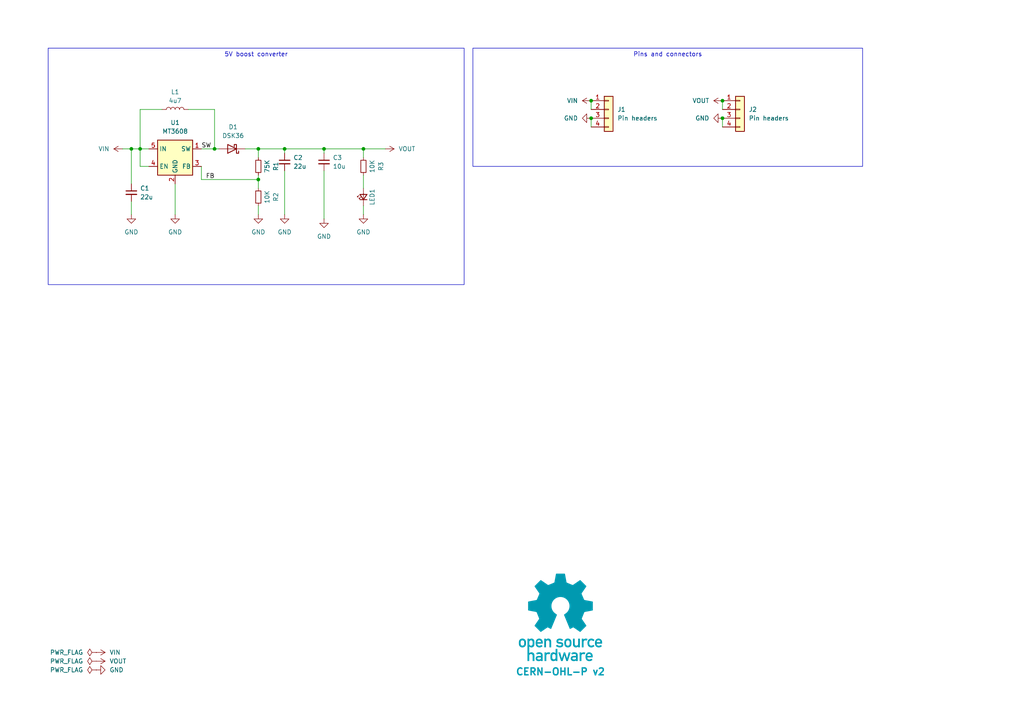
<source format=kicad_sch>
(kicad_sch (version 20231120) (generator "eeschema") (generator_version "8.0")
  (paper "A4")
  (lib_symbols
    (symbol "Connector_Generic:Conn_01x04" (pin_names (offset 1.016) hide)
      (property "Reference" "J" (at 0 5.08 0))
      (property "Value" "Conn_01x04" (at 0 -7.62 0))
      (symbol "Conn_01x04_1_1"
        (rectangle (start -1.27 -4.953) (end 0 -5.207) (stroke (width 0.1524)))
        (rectangle (start -1.27 -2.413) (end 0 -2.667) (stroke (width 0.1524)))
        (rectangle (start -1.27 0.127) (end 0 -0.127) (stroke (width 0.1524)))
        (rectangle (start -1.27 2.667) (end 0 2.413) (stroke (width 0.1524)))
        (rectangle (start -1.27 3.81) (end 1.27 -6.35) (stroke (width 0.254)) (fill (type background)))
        (pin passive line (at -5.08 2.54 0) (length 3.81) (name "Pin_1") (number "1"))
        (pin passive line (at -5.08 0 0) (length 3.81) (name "Pin_2") (number "2"))
        (pin passive line (at -5.08 -2.54 0) (length 3.81) (name "Pin_3") (number "3"))
        (pin passive line (at -5.08 -5.08 0) (length 3.81) (name "Pin_4") (number "4"))
      )
    )
    (symbol "Device:C_Small" (pin_numbers hide) (pin_names (offset 0.254) hide)
      (property "Reference" "C" (at 0.254 1.778 0))
      (property "Value" "C_Small" (at 0.254 -2.032 0))
      (symbol "C_Small_0_1"
        (polyline (pts (xy -1.524 -0.508) (xy 1.524 -0.508)) (stroke (width 0.3302)))
        (polyline (pts (xy -1.524 0.508) (xy 1.524 0.508)) (stroke (width 0.3048)))
      )
      (symbol "C_Small_1_1"
        (pin passive line (at 0 2.54 270) (length 2.032) (name "~") (number "1"))
        (pin passive line (at 0 -2.54 90) (length 2.032) (name "~") (number "2"))
      )
    )
    (symbol "Device:D_Schottky" (pin_numbers hide) (pin_names (offset 1.016) hide)
      (property "Reference" "D" (at 0 2.54 0))
      (property "Value" "D_Schottky" (at 0 -2.54 0))
      (symbol "D_Schottky_0_1"
        (polyline (pts (xy 1.27 0) (xy -1.27 0)))
        (polyline (pts (xy 1.27 1.27) (xy 1.27 -1.27) (xy -1.27 0) (xy 1.27 1.27)) (stroke (width 0.254)))
        (polyline (pts (xy -1.905 0.635) (xy -1.905 1.27) (xy -1.27 1.27) (xy -1.27 -1.27) (xy -0.635 -1.27) (xy -0.635 -0.635)) (stroke (width 0.254)))
      )
      (symbol "D_Schottky_1_1"
        (pin passive line (at -3.81 0 0) (length 2.54) (name "K") (number "1"))
        (pin passive line (at 3.81 0 180) (length 2.54) (name "A") (number "2"))
      )
    )
    (symbol "Device:L" (pin_numbers hide) (pin_names (offset 1.016) hide)
      (property "Reference" "L" (at -1.27 0 90))
      (property "Value" "L" (at 1.905 0 90))
      (symbol "L_0_1"
        (arc (start 0 -2.54) (mid 0.6323 -1.905) (end 0 -1.27))
        (arc (start 0 -1.27) (mid 0.6323 -0.635) (end 0 0))
        (arc (start 0 0) (mid 0.6323 0.635) (end 0 1.27))
        (arc (start 0 1.27) (mid 0.6323 1.905) (end 0 2.54))
      )
      (symbol "L_1_1"
        (pin passive line (at 0 3.81 270) (length 1.27) (name "1") (number "1"))
        (pin passive line (at 0 -3.81 90) (length 1.27) (name "2") (number "2"))
      )
    )
    (symbol "Device:LED_Small" (pin_numbers hide) (pin_names (offset 0.254) hide)
      (property "Reference" "D" (at -1.27 3.175 0))
      (property "Value" "LED_Small" (at -4.445 -2.54 0))
      (symbol "LED_Small_0_1"
        (polyline (pts (xy -0.762 -1.016) (xy -0.762 1.016)) (stroke (width 0.254)))
        (polyline (pts (xy 1.016 0) (xy -0.762 0)))
        (polyline (pts (xy 0.762 -1.016) (xy -0.762 0) (xy 0.762 1.016) (xy 0.762 -1.016)) (stroke (width 0.254)))
        (polyline (pts (xy 0 0.762) (xy -0.508 1.27) (xy -0.254 1.27) (xy -0.508 1.27) (xy -0.508 1.016)))
        (polyline (pts (xy 0.508 1.27) (xy 0 1.778) (xy 0.254 1.778) (xy 0 1.778) (xy 0 1.524)))
      )
      (symbol "LED_Small_1_1"
        (pin passive line (at -2.54 0 0) (length 1.778) (name "K") (number "1"))
        (pin passive line (at 2.54 0 180) (length 1.778) (name "A") (number "2"))
      )
    )
    (symbol "Device:R_Small" (pin_numbers hide) (pin_names (offset 0.254) hide)
      (property "Reference" "R" (at 0.762 0.508 0))
      (property "Value" "R_Small" (at 0.762 -1.016 0))
      (symbol "R_Small_0_1"
        (rectangle (start -0.762 1.778) (end 0.762 -1.778) (stroke (width 0.2032)))
      )
      (symbol "R_Small_1_1"
        (pin passive line (at 0 2.54 270) (length 0.762) (name "~") (number "1"))
        (pin passive line (at 0 -2.54 90) (length 0.762) (name "~") (number "2"))
      )
    )
    (symbol "lcsc:MT3608"
      (property "Reference" "U" (at -2.54 8.89 0))
      (property "Value" "MT3608" (at -3.81 6.35 0))
      (symbol "MT3608_0_1"
        (rectangle (start -5.08 5.08) (end 5.08 -5.08) (stroke (width 0.254)) (fill (type background)))
      )
      (symbol "MT3608_1_1"
        (pin passive line (at 7.62 2.54 180) (length 2.54) (name "SW") (number "1"))
        (pin power_in line (at 0 -7.62 90) (length 2.54) (name "GND") (number "2"))
        (pin input line (at 7.62 -2.54 180) (length 2.54) (name "FB") (number "3"))
        (pin input line (at -7.62 -2.54 0) (length 2.54) (name "EN") (number "4"))
        (pin power_in line (at -7.62 2.54 0) (length 2.54) (name "IN") (number "5"))
        (pin no_connect line (at 5.08 0 180) (length 2.54) hide (name "NC") (number "6"))
      )
    )
    (symbol "power:GND" (power) (pin_numbers hide) (pin_names (offset 0) hide)
      (property "Value" "GND" (at 0 -3.81 0))
      (symbol "GND_0_1"
        (polyline (pts (xy 0 0) (xy 0 -1.27) (xy 1.27 -1.27) (xy 0 -2.54) (xy -1.27 -1.27) (xy 0 -1.27)))
      )
      (symbol "GND_1_1"
        (pin power_in line (at 0 0 270) (length 0) (name "~") (number "1"))
      )
    )
    (symbol "power:PWR_FLAG" (power) (pin_numbers hide) (pin_names (offset 0) hide)
      (property "Value" "PWR_FLAG" (at 0 3.81 0))
      (symbol "PWR_FLAG_0_0"
        (pin power_out line (at 0 0 90) (length 0) (name "~") (number "1"))
      )
      (symbol "PWR_FLAG_0_1"
        (polyline (pts (xy 0 0) (xy 0 1.27) (xy -1.016 1.905) (xy 0 2.54) (xy 1.016 1.905) (xy 0 1.27)))
      )
    )
    (symbol "power:VCC" (power) (pin_numbers hide) (pin_names (offset 0) hide)
      (property "Value" "VCC" (at 0 3.556 0))
      (symbol "VCC_0_1"
        (polyline (pts (xy -0.762 1.27) (xy 0 2.54)))
        (polyline (pts (xy 0 0) (xy 0 2.54)))
        (polyline (pts (xy 0 2.54) (xy 0.762 1.27)))
      )
      (symbol "VCC_1_1"
        (pin power_in line (at 0 0 90) (length 0) (name "~") (number "1"))
      )
    )
  )
  (junction (at 171.45 34.29))
  (junction (at 74.93 52.07))
  (junction (at 82.55 43.18))
  (junction (at 105.41 43.18))
  (junction (at 209.55 29.21))
  (junction (at 209.55 34.29))
  (junction (at 171.45 29.21))
  (junction (at 62.23 43.18))
  (junction (at 40.64 43.18))
  (junction (at 93.98 43.18))
  (junction (at 74.93 43.18))
  (junction (at 38.1 43.18))
  (wire (pts (xy 105.41 50.8) (xy 105.41 54.61)))
  (wire (pts (xy 43.18 48.26) (xy 40.64 48.26)))
  (wire (pts (xy 74.93 43.18) (xy 82.55 43.18)))
  (wire (pts (xy 58.42 48.26) (xy 58.42 52.07)))
  (wire (pts (xy 38.1 58.42) (xy 38.1 62.23)))
  (wire (pts (xy 71.12 43.18) (xy 74.93 43.18)))
  (wire (pts (xy 74.93 43.18) (xy 74.93 45.72)))
  (wire (pts (xy 93.98 49.53) (xy 93.98 63.5)))
  (wire (pts (xy 82.55 43.18) (xy 82.55 44.45)))
  (wire (pts (xy 58.42 43.18) (xy 62.23 43.18)))
  (wire (pts (xy 40.64 31.75) (xy 40.64 43.18)))
  (wire (pts (xy 105.41 43.18) (xy 105.41 45.72)))
  (wire (pts (xy 62.23 43.18) (xy 63.5 43.18)))
  (wire (pts (xy 74.93 50.8) (xy 74.93 52.07)))
  (wire (pts (xy 38.1 43.18) (xy 40.64 43.18)))
  (wire (pts (xy 40.64 48.26) (xy 40.64 43.18)))
  (wire (pts (xy 105.41 43.18) (xy 111.76 43.18)))
  (wire (pts (xy 38.1 43.18) (xy 38.1 53.34)))
  (wire (pts (xy 171.45 29.21) (xy 171.45 31.75)))
  (wire (pts (xy 62.23 31.75) (xy 62.23 43.18)))
  (wire (pts (xy 54.61 31.75) (xy 62.23 31.75)))
  (wire (pts (xy 74.93 59.69) (xy 74.93 62.23)))
  (wire (pts (xy 40.64 31.75) (xy 46.99 31.75)))
  (wire (pts (xy 50.8 53.34) (xy 50.8 62.23)))
  (wire (pts (xy 82.55 49.53) (xy 82.55 62.23)))
  (wire (pts (xy 171.45 34.29) (xy 171.45 36.83)))
  (wire (pts (xy 58.42 52.07) (xy 74.93 52.07)))
  (wire (pts (xy 74.93 52.07) (xy 74.93 54.61)))
  (wire (pts (xy 82.55 43.18) (xy 93.98 43.18)))
  (wire (pts (xy 105.41 59.69) (xy 105.41 62.23)))
  (wire (pts (xy 93.98 43.18) (xy 105.41 43.18)))
  (wire (pts (xy 40.64 43.18) (xy 43.18 43.18)))
  (wire (pts (xy 93.98 43.18) (xy 93.98 44.45)))
  (wire (pts (xy 209.55 34.29) (xy 209.55 36.83)))
  (wire (pts (xy 209.55 29.21) (xy 209.55 31.75)))
  (wire (pts (xy 35.56 43.18) (xy 38.1 43.18)))
  (image (at 162.56 179.07) (scale 0.37481))
  (text_box "Pins and connectors" (at 137.16 13.97 0) (size 113.03 34.29) (effects (font (size 1.27 1.27)) (justify top)))
  (text_box "5V boost converter\n" (at 13.97 13.97 0) (size 120.65 68.58) (effects (font (size 1.27 1.27)) (justify top)))
  (text "CERN-OHL-P v2" (at 162.56 195.072 0) (effects (font (size 2 2) (thickness 0.4) (bold yes))))
  (label "FB" (at 59.69 52.07 0))
  (label "SW" (at 58.42 43.18 0))
  (symbol (lib_id "Device:D_Schottky") (at 67.31 43.18 180) (unit 1)
    (property "Reference" "D1" (at 67.6275 36.83 0))
    (property "Value" "DSK36" (at 67.6275 39.37 0))
    (property "Footprint" "passives:D_SOD-123F" (effects (hide yes)))
    (property "Description" "Schottky diode" (effects (hide yes)))
  )
  (symbol (lib_id "Device:C_Small") (at 38.1 55.88 0) (unit 1)
    (property "Reference" "C1" (at 40.64 54.6162 0) (effects (justify left)))
    (property "Value" "22u" (at 40.64 57.1562 0) (effects (justify left)))
    (property "Footprint" "custom:C_0805_2012Metric_Pad1.18x1.45mm_HandSolder" (effects (hide yes)))
    (property "Description" "Unpolarized capacitor, small symbol" (effects (hide yes)))
  )
  (symbol (lib_id "Device:L") (at 50.8 31.75 90) (unit 1)
    (property "Reference" "L1" (at 50.8 26.67 90))
    (property "Value" "4u7" (at 50.8 29.21 90))
    (property "Footprint" "passives:L_1008_2520Metric" (effects (hide yes)))
    (property "Description" "Inductor" (effects (hide yes)))
  )
  (symbol (lib_id "power:GND") (at 93.98 63.5 0) (unit 1)
    (property "Reference" "#PWR08" (effects (hide yes)))
    (property "Value" "GND" (at 93.98 68.58 0))
    (property "Description" "Power symbol creates a global label with name \"GND\" , ground" (effects (hide yes)))
  )
  (symbol (lib_id "power:GND") (at 209.55 34.29 270) (mirror x) (unit 1)
    (property "Reference" "#PWR015" (effects (hide yes)))
    (property "Value" "GND" (at 205.74 34.2899 90) (effects (justify right)))
    (property "Description" "Power symbol creates a global label with name \"GND\" , ground" (effects (hide yes)))
  )
  (symbol (lib_id "power:VCC") (at 27.94 189.23 270) (unit 1)
    (property "Reference" "#PWR01" (effects (hide yes)))
    (property "Value" "VIN" (at 31.75 189.2301 90) (effects (justify left)))
    (property "Description" "Power symbol creates a global label with name \"VCC\"" (effects (hide yes)))
  )
  (symbol (lib_id "Connector_Generic:Conn_01x04") (at 214.63 31.75 0) (unit 1)
    (property "Reference" "J2" (at 217.17 31.7499 0) (effects (justify left)))
    (property "Value" "Pin headers" (at 217.17 34.2899 0) (effects (justify left)))
    (property "Footprint" "custom:PinHeader_1x04_P2.54mm_Vertical_simple_pad3,4gnd" (effects (hide yes)))
    (property "Description" "Generic connector, single row, 01x04, script generated (kicad-library-utils/schlib/autogen/connector/)" (effects (hide yes)))
  )
  (symbol (lib_id "power:PWR_FLAG") (at 27.94 194.31 90) (unit 1)
    (property "Reference" "#FLG01" (effects (hide yes)))
    (property "Value" "PWR_FLAG" (at 24.13 194.3101 90) (effects (justify left)))
    (property "Description" "Special symbol for telling ERC where power comes from" (effects (hide yes)))
  )
  (symbol (lib_id "Connector_Generic:Conn_01x04") (at 176.53 31.75 0) (unit 1)
    (property "Reference" "J1" (at 179.07 31.7499 0) (effects (justify left)))
    (property "Value" "Pin headers" (at 179.07 34.2899 0) (effects (justify left)))
    (property "Footprint" "custom:PinHeader_1x04_P2.54mm_Vertical_simple_pad3,4gnd" (effects (hide yes)))
    (property "Description" "Generic connector, single row, 01x04, script generated (kicad-library-utils/schlib/autogen/connector/)" (effects (hide yes)))
  )
  (symbol (lib_id "power:GND") (at 38.1 62.23 0) (unit 1)
    (property "Reference" "#PWR03" (effects (hide yes)))
    (property "Value" "GND" (at 38.1 67.31 0))
    (property "Description" "Power symbol creates a global label with name \"GND\" , ground" (effects (hide yes)))
  )
  (symbol (lib_id "power:VCC") (at 209.55 29.21 90) (mirror x) (unit 1)
    (property "Reference" "#PWR014" (effects (hide yes)))
    (property "Value" "VOUT" (at 205.74 29.2099 90) (effects (justify left)))
    (property "Description" "Power symbol creates a global label with name \"VCC\"" (effects (hide yes)))
  )
  (symbol (lib_id "Device:R_Small") (at 105.41 48.26 0) (mirror x) (unit 1)
    (property "Reference" "R3" (at 110.49 48.26 90))
    (property "Value" "10K" (at 107.95 48.26 90))
    (property "Footprint" "Resistor_SMD:R_0603_1608Metric_Pad0.98x0.95mm_HandSolder" (effects (hide yes)))
    (property "Description" "Resistor, small symbol" (effects (hide yes)))
  )
  (symbol (lib_id "Device:C_Small") (at 82.55 46.99 0) (unit 1)
    (property "Reference" "C2" (at 85.09 45.7262 0) (effects (justify left)))
    (property "Value" "22u" (at 85.09 48.2662 0) (effects (justify left)))
    (property "Footprint" "custom:C_0805_2012Metric_Pad1.18x1.45mm_HandSolder" (effects (hide yes)))
    (property "Description" "Unpolarized capacitor, small symbol" (effects (hide yes)))
  )
  (symbol (lib_id "Device:C_Small") (at 93.98 46.99 0) (unit 1)
    (property "Reference" "C3" (at 96.52 45.7262 0) (effects (justify left)))
    (property "Value" "10u" (at 96.52 48.2662 0) (effects (justify left)))
    (property "Footprint" "custom:C_0603_1608Metric_Pad1.08x0.95mm_HandSolder" (effects (hide yes)))
    (property "Description" "Unpolarized capacitor, small symbol" (effects (hide yes)))
  )
  (symbol (lib_id "power:PWR_FLAG") (at 27.94 191.77 90) (unit 1)
    (property "Reference" "#FLG02" (effects (hide yes)))
    (property "Value" "PWR_FLAG" (at 24.13 191.7701 90) (effects (justify left)))
    (property "Description" "Special symbol for telling ERC where power comes from" (effects (hide yes)))
  )
  (symbol (lib_id "power:GND") (at 82.55 62.23 0) (unit 1)
    (property "Reference" "#PWR06" (effects (hide yes)))
    (property "Value" "GND" (at 82.55 67.31 0))
    (property "Description" "Power symbol creates a global label with name \"GND\" , ground" (effects (hide yes)))
  )
  (symbol (lib_id "power:PWR_FLAG") (at 27.94 189.23 90) (unit 1)
    (property "Reference" "#FLG03" (effects (hide yes)))
    (property "Value" "PWR_FLAG" (at 24.13 189.2301 90) (effects (justify left)))
    (property "Description" "Special symbol for telling ERC where power comes from" (effects (hide yes)))
  )
  (symbol (lib_id "power:GND") (at 171.45 34.29 270) (mirror x) (unit 1)
    (property "Reference" "#PWR013" (effects (hide yes)))
    (property "Value" "GND" (at 167.64 34.2899 90) (effects (justify right)))
    (property "Description" "Power symbol creates a global label with name \"GND\" , ground" (effects (hide yes)))
  )
  (symbol (lib_id "power:GND") (at 50.8 62.23 0) (unit 1)
    (property "Reference" "#PWR04" (effects (hide yes)))
    (property "Value" "GND" (at 50.8 67.31 0))
    (property "Description" "Power symbol creates a global label with name \"GND\" , ground" (effects (hide yes)))
  )
  (symbol (lib_id "power:VCC") (at 35.56 43.18 90) (unit 1)
    (property "Reference" "#PWR09" (effects (hide yes)))
    (property "Value" "VIN" (at 31.75 43.1799 90) (effects (justify left)))
    (property "Description" "Power symbol creates a global label with name \"VCC\"" (effects (hide yes)))
  )
  (symbol (lib_id "Device:R_Small") (at 74.93 48.26 0) (mirror x) (unit 1)
    (property "Reference" "R1" (at 80.01 48.26 90))
    (property "Value" "75K" (at 77.47 48.26 90))
    (property "Footprint" "Resistor_SMD:R_0603_1608Metric_Pad0.98x0.95mm_HandSolder" (effects (hide yes)))
    (property "Description" "Resistor, small symbol" (effects (hide yes)))
  )
  (symbol (lib_id "lcsc:MT3608") (at 50.8 45.72 0) (unit 1)
    (property "Reference" "U1" (at 50.8 35.56 0))
    (property "Value" "MT3608" (at 50.8 38.1 0))
    (property "Footprint" "Package_TO_SOT_SMD:SOT-23-6" (effects (hide yes)))
    (property "Datasheet" "https://www.olimex.com/Products/Breadboarding/BB-PWR-3608/resources/MT3608.pdf" (effects (hide yes)))
    (property "Description" "High Efficiency 1.2MHz 2A Step Up Converter, 2-24V Vin, 28V Vout, 4A current limit, 1.2MHz, SOT23-6" (effects (hide yes)))
    (property "LCSC Part" "C84817" (effects (hide yes)))
    (property "JLCPCB_CORRECTION" "0; 0; 270" (effects (hide yes)))
  )
  (symbol (lib_id "power:VCC") (at 111.76 43.18 270) (unit 1)
    (property "Reference" "#PWR011" (effects (hide yes)))
    (property "Value" "VOUT" (at 115.57 43.1801 90) (effects (justify left)))
    (property "Description" "Power symbol creates a global label with name \"VCC\"" (effects (hide yes)))
  )
  (symbol (lib_id "power:VCC") (at 27.94 191.77 270) (unit 1)
    (property "Reference" "#PWR010" (effects (hide yes)))
    (property "Value" "VOUT" (at 31.75 191.7701 90) (effects (justify left)))
    (property "Description" "Power symbol creates a global label with name \"VCC\"" (effects (hide yes)))
  )
  (symbol (lib_id "Device:LED_Small") (at 105.41 57.15 90) (unit 1)
    (property "Reference" "LED1" (at 107.95 57.15 0))
    (property "Value" "LED_Small" (effects (hide yes)))
    (property "Footprint" "custom:LED_0603_1608Metric_Pad1.05x0.95mm_HandSolder_simple" (effects (hide yes)))
    (property "Description" "Light emitting diode, small symbol" (effects (hide yes)))
  )
  (symbol (lib_id "power:GND") (at 27.94 194.31 90) (unit 1)
    (property "Reference" "#PWR02" (effects (hide yes)))
    (property "Value" "GND" (at 31.75 194.3101 90) (effects (justify right)))
    (property "Description" "Power symbol creates a global label with name \"GND\" , ground" (effects (hide yes)))
  )
  (symbol (lib_id "power:VCC") (at 171.45 29.21 90) (mirror x) (unit 1)
    (property "Reference" "#PWR012" (effects (hide yes)))
    (property "Value" "VIN" (at 167.64 29.2099 90) (effects (justify left)))
    (property "Description" "Power symbol creates a global label with name \"VCC\"" (effects (hide yes)))
  )
  (symbol (lib_id "Device:R_Small") (at 74.93 57.15 0) (mirror x) (unit 1)
    (property "Reference" "R2" (at 80.01 57.15 90))
    (property "Value" "10K" (at 77.47 57.15 90))
    (property "Footprint" "Resistor_SMD:R_0603_1608Metric_Pad0.98x0.95mm_HandSolder" (effects (hide yes)))
    (property "Description" "Resistor, small symbol" (effects (hide yes)))
  )
  (symbol (lib_id "power:GND") (at 74.93 62.23 0) (unit 1)
    (property "Reference" "#PWR05" (effects (hide yes)))
    (property "Value" "GND" (at 74.93 67.31 0))
    (property "Description" "Power symbol creates a global label with name \"GND\" , ground" (effects (hide yes)))
  )
  (symbol (lib_id "power:GND") (at 105.41 62.23 0) (unit 1)
    (property "Reference" "#PWR07" (effects (hide yes)))
    (property "Value" "GND" (at 105.41 67.31 0))
    (property "Description" "Power symbol creates a global label with name \"GND\" , ground" (effects (hide yes)))
  )
)
</source>
